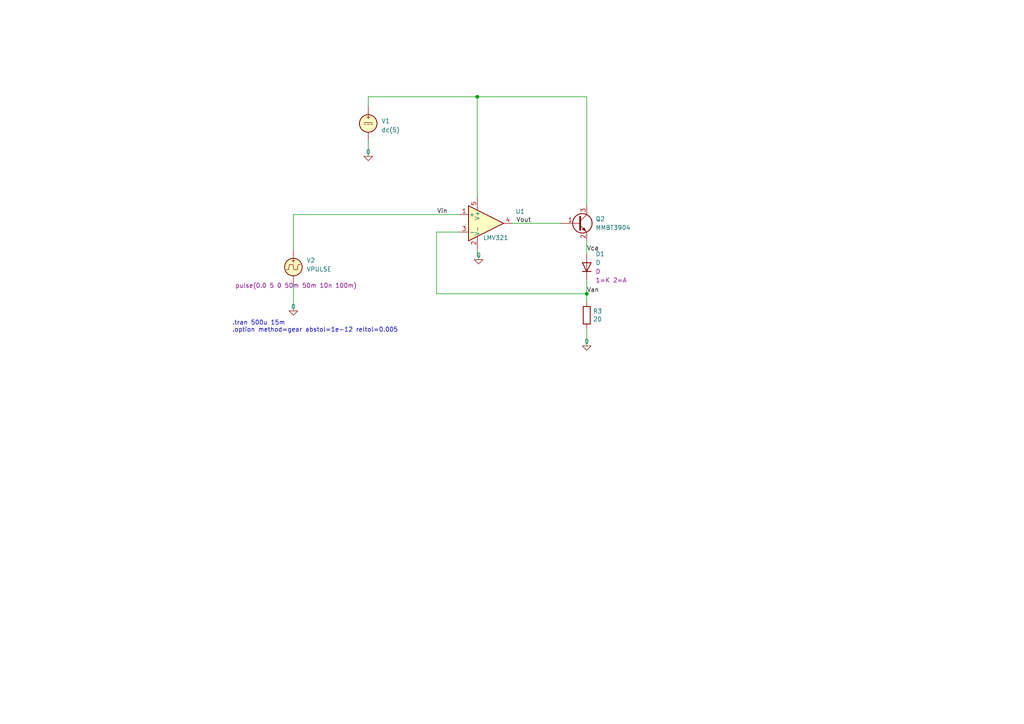
<source format=kicad_sch>
(kicad_sch (version 20230121) (generator eeschema)
  (paper "A4")
  (lib_symbols
    (symbol "Amplifier_Operational:LMV321" (pin_names (offset 0.127))
      (property "Reference" "U" (at 0 5.08 0))
      (property "Value" "LMV321" (at 0 -5.08 0))
      (symbol "LMV321_0_1"
        (polyline (pts (xy -5.08 5.08) (xy 5.08 0) (xy -5.08 -5.08) (xy -5.08 5.08)) (stroke (width 0.254)) (fill (type background)))
        (pin power_in line (at -2.54 -7.62 90) (length 3.81) (name "V-") (number "2"))
        (pin power_in line (at -2.54 7.62 270) (length 3.81) (name "V+") (number "5"))
      )
      (symbol "LMV321_1_1"
        (pin input line (at -7.62 2.54 0) (length 2.54) (name "+") (number "1"))
        (pin input line (at -7.62 -2.54 0) (length 2.54) (name "-") (number "3"))
        (pin output line (at 7.62 0 180) (length 2.54) (name "~") (number "4"))
      )
    )
    (symbol "Device:R" (pin_numbers hide) (pin_names (offset 0))
      (property "Reference" "R" (at 2.032 0 90))
      (property "Value" "R" (at 0 0 90))
      (symbol "R_0_1"
        (rectangle (start -1.016 -2.54) (end 1.016 2.54) (stroke (width 0.254)))
      )
      (symbol "R_1_1"
        (pin passive line (at 0 3.81 270) (length 1.27) (name "~") (number "1"))
        (pin passive line (at 0 -3.81 90) (length 1.27) (name "~") (number "2"))
      )
    )
    (symbol "Simulation_SPICE:0" (power) (pin_names (offset 0))
      (property "Value" "0" (at 0 -1.778 0))
      (symbol "0_0_1"
        (polyline (pts (xy -1.27 0) (xy 0 -1.27) (xy 1.27 0) (xy -1.27 0)))
      )
      (symbol "0_1_1"
        (pin power_in line (at 0 0 0) (length 0) hide (name "0") (number "1"))
      )
    )
    (symbol "Simulation_SPICE:D" (pin_numbers hide) (pin_names (offset 1.016) hide)
      (property "Reference" "D" (at 0 2.54 0))
      (property "Value" "D" (at 0 -2.54 0))
      (property "Sim.Device" "D" (at 0 0 0))
      (property "Sim.Pins" "1=K 2=A" (at 0 0 0))
      (symbol "D_0_1"
        (polyline (pts (xy -1.27 1.27) (xy -1.27 -1.27)) (stroke (width 0.254)))
        (polyline (pts (xy 1.27 0) (xy -1.27 0)))
        (polyline (pts (xy 1.27 1.27) (xy 1.27 -1.27) (xy -1.27 0) (xy 1.27 1.27)) (stroke (width 0.254)))
      )
      (symbol "D_1_1"
        (pin passive line (at -3.81 0 0) (length 2.54) (name "K") (number "1"))
        (pin passive line (at 3.81 0 180) (length 2.54) (name "A") (number "2"))
      )
    )
    (symbol "Simulation_SPICE:VDC" (pin_numbers hide) (pin_names (offset 0.0254))
      (property "Reference" "V" (at 2.54 2.54 0))
      (property "Value" "1" (at 2.54 0 0))
      (symbol "VDC_0_0"
        (polyline (pts (xy -1.27 0.254) (xy 1.27 0.254)))
        (polyline (pts (xy -0.762 -0.254) (xy -1.27 -0.254)))
        (polyline (pts (xy 0.254 -0.254) (xy -0.254 -0.254)))
        (polyline (pts (xy 1.27 -0.254) (xy 0.762 -0.254)))
        (text "+" (at 0 1.905 0) (effects (font (size 1.27 1.27))))
      )
      (symbol "VDC_0_1"
        (circle (center 0 0) (radius 2.54) (stroke (width 0.254)) (fill (type background)))
      )
      (symbol "VDC_1_1"
        (pin passive line (at 0 5.08 270) (length 2.54) (name "~") (number "1"))
        (pin passive line (at 0 -5.08 90) (length 2.54) (name "~") (number "2"))
      )
    )
    (symbol "Simulation_SPICE:VPULSE" (pin_numbers hide) (pin_names (offset 0.0254))
      (property "Reference" "V" (at 2.54 2.54 0))
      (property "Value" "VPULSE" (at 2.54 0 0))
      (property "Sim.Params" "y1=0 y2=1 td=2n tr=2n tf=2n tw=50n per=100n" (at 2.54 -2.54 0))
      (symbol "VPULSE_0_0"
        (polyline (pts (xy -2.032 -0.762) (xy -1.397 -0.762) (xy -1.143 0.762) (xy -0.127 0.762) (xy 0.127 -0.762) (xy 1.143 -0.762) (xy 1.397 0.762) (xy 2.032 0.762)))
        (text "+" (at 0 1.905 0) (effects (font (size 1.27 1.27))))
      )
      (symbol "VPULSE_0_1"
        (circle (center 0 0) (radius 2.54) (stroke (width 0.254)) (fill (type background)))
      )
      (symbol "VPULSE_1_1"
        (pin passive line (at 0 5.08 270) (length 2.54) (name "~") (number "1"))
        (pin passive line (at 0 -5.08 90) (length 2.54) (name "~") (number "2"))
      )
    )
    (symbol "Transistor_BJT:MMBT3904" (pin_names (offset 0) hide)
      (property "Reference" "Q" (at 5.08 1.905 0))
      (property "Value" "MMBT3904" (at 5.08 0 0))
      (symbol "MMBT3904_0_1"
        (polyline (pts (xy 0.635 0.635) (xy 2.54 2.54)))
        (polyline (pts (xy 0.635 -0.635) (xy 2.54 -2.54) (xy 2.54 -2.54)))
        (polyline (pts (xy 0.635 1.905) (xy 0.635 -1.905) (xy 0.635 -1.905)) (stroke (width 0.508)))
        (polyline (pts (xy 1.27 -1.778) (xy 1.778 -1.27) (xy 2.286 -2.286) (xy 1.27 -1.778) (xy 1.27 -1.778)) (fill (type outline)))
        (circle (center 1.27 0) (radius 2.8194) (stroke (width 0.254)))
      )
      (symbol "MMBT3904_1_1"
        (pin input line (at -5.08 0 0) (length 5.715) (name "B") (number "1"))
        (pin passive line (at 2.54 -5.08 90) (length 2.54) (name "E") (number "2"))
        (pin passive line (at 2.54 5.08 270) (length 2.54) (name "C") (number "3"))
      )
    )
  )
  (junction (at 138.43 28.067))
  (junction (at 170.18 85.217))
  (wire (pts (xy 138.43 28.067) (xy 138.43 57.15)))
  (wire (pts (xy 148.59 64.77) (xy 162.56 64.77)))
  (wire (pts (xy 170.18 69.85) (xy 170.18 73.66)))
  (wire (pts (xy 138.811 74.041) (xy 138.811 75.311)))
  (wire (pts (xy 138.43 74.041) (xy 138.811 74.041)))
  (wire (pts (xy 106.807 30.734) (xy 106.807 28.067)))
  (wire (pts (xy 170.18 95.25) (xy 170.18 100.33)))
  (wire (pts (xy 85.09 62.23) (xy 133.35 62.23)))
  (wire (pts (xy 85.09 62.23) (xy 85.09 72.39)))
  (wire (pts (xy 138.43 28.067) (xy 170.18 28.067)))
  (wire (pts (xy 106.807 40.894) (xy 106.807 45.339)))
  (wire (pts (xy 85.09 82.55) (xy 85.09 90.17)))
  (wire (pts (xy 106.807 28.067) (xy 138.43 28.067)))
  (wire (pts (xy 170.18 59.69) (xy 170.18 28.067)))
  (wire (pts (xy 170.18 85.217) (xy 170.18 87.63)))
  (wire (pts (xy 138.43 72.39) (xy 138.43 74.041)))
  (wire (pts (xy 126.619 85.217) (xy 170.18 85.217)))
  (wire (pts (xy 170.18 81.28) (xy 170.18 85.217)))
  (wire (pts (xy 126.619 67.31) (xy 133.35 67.31)))
  (wire (pts (xy 126.619 85.217) (xy 126.619 67.31)))
  (text ".tran 500u 15m \n.option method=gear abstol=1e-12 reltol=0.005" (at 67.31 96.52 0) (effects (font (size 1.27 1.27)) (justify left bottom)))
  (label "Vin" (at 126.746 62.23 0))
  (label "Vout" (at 149.733 64.77 0))
  (label "Vca" (at 170.18 73.025 0))
  (label "Van" (at 170.18 85.09 0))
  (symbol (lib_id "Simulation_SPICE:0") (at 106.807 45.339 0) (unit 1)
    (property "Reference" "#GND01" (effects hide))
    (property "Value" "0" (at 106.807 44.069 0))
  )
  (symbol (lib_id "Amplifier_Operational:LMV321") (at 140.97 64.77 0) (unit 1)
    (property "Reference" "U1" (at 150.876 61.3411 0))
    (property "Value" "LMV321" (at 143.764 68.961 0))
    (property "Datasheet" "http://www.ti.com/lit/ds/symlink/lmv324.pdf" (effects hide))
    (property "Sim.Library" "spice_libs/LMV321.MOD" (effects hide))
    (property "Sim.Name" "lMV321" (effects hide))
    (property "Sim.Device" "SUBCKT" (effects hide))
    (property "Sim.Pins" "1=3 2=5 3=2 4=6 5=4" (effects hide))
  )
  (symbol (lib_id "Device:R") (at 170.18 91.44 0) (unit 1)
    (property "Reference" "R3" (at 171.958 90.2716 0) (effects (justify left)))
    (property "Value" "20" (at 171.958 92.583 0) (effects (justify left)))
    (property "Footprint" "Resistor_SMD:R_0402_1005Metric" (effects hide))
  )
  (symbol (lib_id "Simulation_SPICE:VPULSE") (at 85.09 77.47 0) (unit 1)
    (property "Reference" "V2" (at 88.9 75.5292 0) (effects (justify left)))
    (property "Value" "VPULSE" (at 88.9 78.0692 0) (effects (justify left)))
    (property "Sim.Pins" "1=+ 2=-" (effects hide))
    (property "Sim.Type" "PULSE" (effects hide))
    (property "Sim.Device" "V" (effects hide))
    (property "Sim.Params" "pulse(0.0 5 0 50m 50m 10n 100m)" (at 68.199 82.804 0) (effects (justify left)))
  )
  (symbol (lib_id "Simulation_SPICE:D") (at 170.18 77.47 90) (unit 1)
    (property "Reference" "D1" (at 172.72 73.66 90) (effects (justify right)))
    (property "Value" "D" (at 172.72 76.2 90) (effects (justify right)))
    (property "Sim.Device" "D" (at 172.72 78.74 90) (effects (justify right)))
    (property "Sim.Pins" "1=K 2=A" (at 172.72 81.28 90) (effects (justify right)))
    (property "Sim.Params" "is=1.417n rs=3.3 n=7.3" (effects hide))
  )
  (symbol (lib_id "Simulation_SPICE:0") (at 170.18 100.33 0) (unit 1)
    (property "Reference" "#GND04" (effects hide))
    (property "Value" "0" (at 170.18 99.06 0))
  )
  (symbol (lib_id "Simulation_SPICE:0") (at 85.09 90.17 0) (unit 1)
    (property "Reference" "#GND02" (effects hide))
    (property "Value" "0" (at 85.09 88.9 0))
  )
  (symbol (lib_id "Transistor_BJT:MMBT3904") (at 167.64 64.77 0) (unit 1)
    (property "Reference" "Q2" (at 172.72 63.5 0) (effects (justify left)))
    (property "Value" "MMBT3904" (at 172.72 66.04 0) (effects (justify left)))
    (property "Footprint" "Package_TO_SOT_SMD:SOT-23" (effects hide))
    (property "Datasheet" "https://www.onsemi.com/pdf/datasheet/pzt3904-d.pdf" (effects hide))
    (property "Sim.Library" "spice_libs/MMBT3904.spice.txt" (effects hide))
    (property "Sim.Name" "DI_MMBT3904" (effects hide))
    (property "Sim.Device" "NPN" (effects hide))
    (property "Sim.Type" "GUMMELPOON" (effects hide))
    (property "Sim.Pins" "1=B 2=E 3=C" (effects hide))
  )
  (symbol (lib_id "Simulation_SPICE:0") (at 138.811 75.311 0) (unit 1)
    (property "Reference" "#GND03" (effects hide))
    (property "Value" "0" (at 138.811 74.041 0))
  )
  (symbol (lib_id "Simulation_SPICE:VDC") (at 106.807 35.814 0) (unit 1)
    (property "Reference" "V1" (at 110.617 35.1432 0) (effects (justify left)))
    (property "Value" "dc(5)" (at 110.617 37.6832 0) (effects (justify left)))
    (property "Sim.Pins" "1=+ 2=-" (effects hide))
    (property "Sim.Type" "DC" (effects hide))
    (property "Sim.Device" "V" (effects hide))
  )
)
</source>
